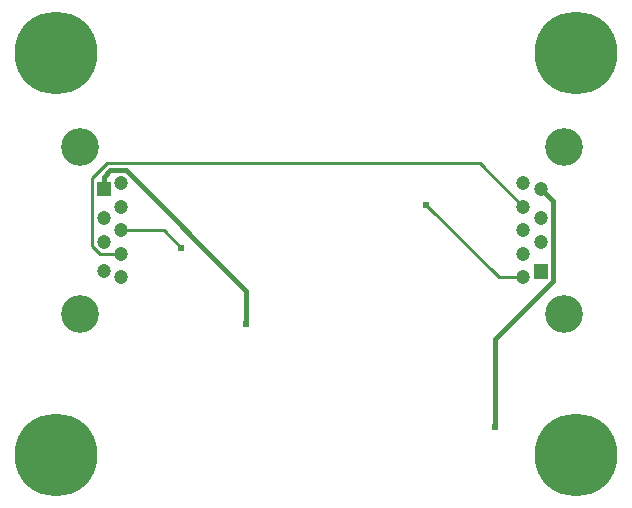
<source format=gbl>
G04 Layer: BottomLayer*
G04 EasyEDA v6.4.20.6, 2021-08-19T13:16:06+10:00*
G04 9d4605ca98984d129178a5d3578e3ea3,9bf960991b9d4efa812b5d32ee5e6833,10*
G04 Gerber Generator version 0.2*
G04 Scale: 100 percent, Rotated: No, Reflected: No *
G04 Dimensions in millimeters *
G04 leading zeros omitted , absolute positions ,4 integer and 5 decimal *
%FSLAX45Y45*%
%MOMM*%

%ADD10C,0.2540*%
%ADD11C,0.4000*%
%ADD13C,0.6100*%
%ADD18C,3.2000*%
%ADD20C,1.1989*%
%ADD21C,7.0000*%

%LPD*%
D11*
X5300093Y7050018D02*
G01*
X5406265Y6943846D01*
X5406265Y6272321D01*
X4912184Y5778240D01*
X4912184Y5033131D01*
X1599999Y7050018D02*
G01*
X1599999Y7150044D01*
X1600001Y7150044D02*
G01*
X1656842Y7206889D01*
X1787474Y7206889D01*
X2806700Y6187666D01*
X2806700Y5905500D01*
D10*
X5149979Y6299956D02*
G01*
X4943579Y6299956D01*
X4326486Y6917049D01*
X1750011Y6700006D02*
G01*
X2107161Y6700006D01*
X2257148Y6550019D01*
X1750011Y6500108D02*
G01*
X1564896Y6500108D01*
X1497942Y6567063D01*
X1497942Y7139426D01*
X1624967Y7266452D01*
X4783432Y7266452D01*
X5149979Y6899904D01*
D18*
G01*
X5499988Y5993104D03*
G01*
X5499988Y7406868D03*
G36*
X5240055Y6289992D02*
G01*
X5240055Y6409982D01*
X5359943Y6409982D01*
X5359943Y6289992D01*
G37*
D20*
G01*
X5300090Y6599910D03*
G01*
X5300090Y6800062D03*
G01*
X5300090Y7049998D03*
G01*
X5149977Y6299936D03*
G01*
X5149977Y6500088D03*
G01*
X5149977Y6699986D03*
G01*
X5149977Y6899884D03*
G01*
X5149977Y7100036D03*
D18*
G01*
X1399997Y7406868D03*
G01*
X1399997Y5993104D03*
G36*
X1659943Y7110006D02*
G01*
X1659943Y6990016D01*
X1540055Y6990016D01*
X1540055Y7110006D01*
G37*
D20*
G01*
X1599895Y6800062D03*
G01*
X1599895Y6599910D03*
G01*
X1599895Y6349974D03*
G01*
X1750009Y7100036D03*
G01*
X1750009Y6899884D03*
G01*
X1750009Y6699986D03*
G01*
X1750009Y6500088D03*
G01*
X1750009Y6299936D03*
D21*
G01*
X1199997Y8200009D03*
G01*
X5599988Y8200009D03*
G01*
X5599988Y4799990D03*
G01*
X1199997Y4799990D03*
D13*
G01*
X4912182Y5033137D03*
G01*
X2806700Y5905500D03*
G01*
X4326483Y6917054D03*
G01*
X2257145Y6550025D03*
M02*

</source>
